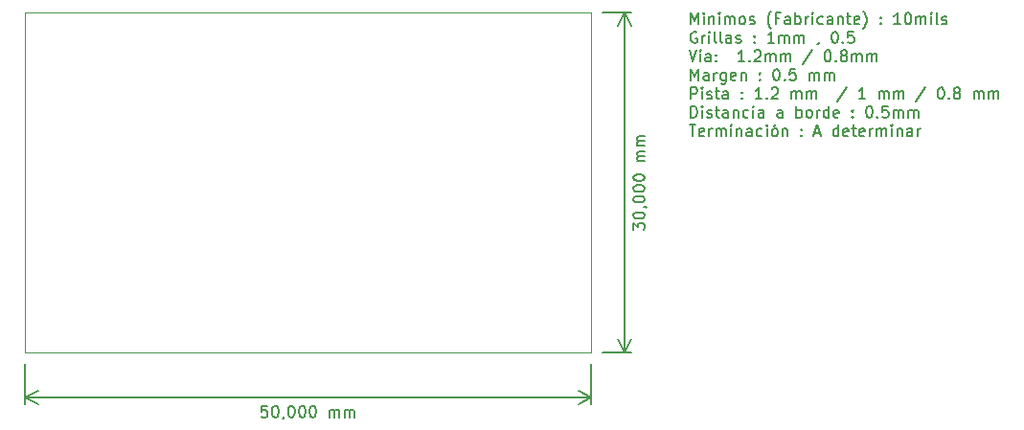
<source format=gbr>
%TF.GenerationSoftware,KiCad,Pcbnew,5.1.10-88a1d61d58~90~ubuntu20.04.1*%
%TF.CreationDate,2021-10-12T23:28:01-03:00*%
%TF.ProjectId,SG3525_Rev01,53473335-3235-45f5-9265-7630312e6b69,0.0.0.1*%
%TF.SameCoordinates,Original*%
%TF.FileFunction,OtherDrawing,Comment*%
%FSLAX46Y46*%
G04 Gerber Fmt 4.6, Leading zero omitted, Abs format (unit mm)*
G04 Created by KiCad (PCBNEW 5.1.10-88a1d61d58~90~ubuntu20.04.1) date 2021-10-12 23:28:01*
%MOMM*%
%LPD*%
G01*
G04 APERTURE LIST*
%ADD10C,0.150000*%
%TA.AperFunction,Profile*%
%ADD11C,0.100000*%
%TD*%
G04 APERTURE END LIST*
D10*
X181835595Y-83002380D02*
X181835595Y-82002380D01*
X182168928Y-82716666D01*
X182502261Y-82002380D01*
X182502261Y-83002380D01*
X182978452Y-83002380D02*
X182978452Y-82335714D01*
X182978452Y-82002380D02*
X182930833Y-82050000D01*
X182978452Y-82097619D01*
X183026071Y-82050000D01*
X182978452Y-82002380D01*
X182978452Y-82097619D01*
X183454642Y-82335714D02*
X183454642Y-83002380D01*
X183454642Y-82430952D02*
X183502261Y-82383333D01*
X183597500Y-82335714D01*
X183740357Y-82335714D01*
X183835595Y-82383333D01*
X183883214Y-82478571D01*
X183883214Y-83002380D01*
X184359404Y-83002380D02*
X184359404Y-82335714D01*
X184359404Y-82002380D02*
X184311785Y-82050000D01*
X184359404Y-82097619D01*
X184407023Y-82050000D01*
X184359404Y-82002380D01*
X184359404Y-82097619D01*
X184835595Y-83002380D02*
X184835595Y-82335714D01*
X184835595Y-82430952D02*
X184883214Y-82383333D01*
X184978452Y-82335714D01*
X185121309Y-82335714D01*
X185216547Y-82383333D01*
X185264166Y-82478571D01*
X185264166Y-83002380D01*
X185264166Y-82478571D02*
X185311785Y-82383333D01*
X185407023Y-82335714D01*
X185549880Y-82335714D01*
X185645119Y-82383333D01*
X185692738Y-82478571D01*
X185692738Y-83002380D01*
X186311785Y-83002380D02*
X186216547Y-82954761D01*
X186168928Y-82907142D01*
X186121309Y-82811904D01*
X186121309Y-82526190D01*
X186168928Y-82430952D01*
X186216547Y-82383333D01*
X186311785Y-82335714D01*
X186454642Y-82335714D01*
X186549880Y-82383333D01*
X186597500Y-82430952D01*
X186645119Y-82526190D01*
X186645119Y-82811904D01*
X186597500Y-82907142D01*
X186549880Y-82954761D01*
X186454642Y-83002380D01*
X186311785Y-83002380D01*
X187026071Y-82954761D02*
X187121309Y-83002380D01*
X187311785Y-83002380D01*
X187407023Y-82954761D01*
X187454642Y-82859523D01*
X187454642Y-82811904D01*
X187407023Y-82716666D01*
X187311785Y-82669047D01*
X187168928Y-82669047D01*
X187073690Y-82621428D01*
X187026071Y-82526190D01*
X187026071Y-82478571D01*
X187073690Y-82383333D01*
X187168928Y-82335714D01*
X187311785Y-82335714D01*
X187407023Y-82383333D01*
X188930833Y-83383333D02*
X188883214Y-83335714D01*
X188787976Y-83192857D01*
X188740357Y-83097619D01*
X188692738Y-82954761D01*
X188645119Y-82716666D01*
X188645119Y-82526190D01*
X188692738Y-82288095D01*
X188740357Y-82145238D01*
X188787976Y-82050000D01*
X188883214Y-81907142D01*
X188930833Y-81859523D01*
X189645119Y-82478571D02*
X189311785Y-82478571D01*
X189311785Y-83002380D02*
X189311785Y-82002380D01*
X189787976Y-82002380D01*
X190597500Y-83002380D02*
X190597500Y-82478571D01*
X190549880Y-82383333D01*
X190454642Y-82335714D01*
X190264166Y-82335714D01*
X190168928Y-82383333D01*
X190597500Y-82954761D02*
X190502261Y-83002380D01*
X190264166Y-83002380D01*
X190168928Y-82954761D01*
X190121309Y-82859523D01*
X190121309Y-82764285D01*
X190168928Y-82669047D01*
X190264166Y-82621428D01*
X190502261Y-82621428D01*
X190597500Y-82573809D01*
X191073690Y-83002380D02*
X191073690Y-82002380D01*
X191073690Y-82383333D02*
X191168928Y-82335714D01*
X191359404Y-82335714D01*
X191454642Y-82383333D01*
X191502261Y-82430952D01*
X191549880Y-82526190D01*
X191549880Y-82811904D01*
X191502261Y-82907142D01*
X191454642Y-82954761D01*
X191359404Y-83002380D01*
X191168928Y-83002380D01*
X191073690Y-82954761D01*
X191978452Y-83002380D02*
X191978452Y-82335714D01*
X191978452Y-82526190D02*
X192026071Y-82430952D01*
X192073690Y-82383333D01*
X192168928Y-82335714D01*
X192264166Y-82335714D01*
X192597500Y-83002380D02*
X192597500Y-82335714D01*
X192597500Y-82002380D02*
X192549880Y-82050000D01*
X192597500Y-82097619D01*
X192645119Y-82050000D01*
X192597500Y-82002380D01*
X192597500Y-82097619D01*
X193502261Y-82954761D02*
X193407023Y-83002380D01*
X193216547Y-83002380D01*
X193121309Y-82954761D01*
X193073690Y-82907142D01*
X193026071Y-82811904D01*
X193026071Y-82526190D01*
X193073690Y-82430952D01*
X193121309Y-82383333D01*
X193216547Y-82335714D01*
X193407023Y-82335714D01*
X193502261Y-82383333D01*
X194359404Y-83002380D02*
X194359404Y-82478571D01*
X194311785Y-82383333D01*
X194216547Y-82335714D01*
X194026071Y-82335714D01*
X193930833Y-82383333D01*
X194359404Y-82954761D02*
X194264166Y-83002380D01*
X194026071Y-83002380D01*
X193930833Y-82954761D01*
X193883214Y-82859523D01*
X193883214Y-82764285D01*
X193930833Y-82669047D01*
X194026071Y-82621428D01*
X194264166Y-82621428D01*
X194359404Y-82573809D01*
X194835595Y-82335714D02*
X194835595Y-83002380D01*
X194835595Y-82430952D02*
X194883214Y-82383333D01*
X194978452Y-82335714D01*
X195121309Y-82335714D01*
X195216547Y-82383333D01*
X195264166Y-82478571D01*
X195264166Y-83002380D01*
X195597500Y-82335714D02*
X195978452Y-82335714D01*
X195740357Y-82002380D02*
X195740357Y-82859523D01*
X195787976Y-82954761D01*
X195883214Y-83002380D01*
X195978452Y-83002380D01*
X196692738Y-82954761D02*
X196597500Y-83002380D01*
X196407023Y-83002380D01*
X196311785Y-82954761D01*
X196264166Y-82859523D01*
X196264166Y-82478571D01*
X196311785Y-82383333D01*
X196407023Y-82335714D01*
X196597500Y-82335714D01*
X196692738Y-82383333D01*
X196740357Y-82478571D01*
X196740357Y-82573809D01*
X196264166Y-82669047D01*
X197073690Y-83383333D02*
X197121309Y-83335714D01*
X197216547Y-83192857D01*
X197264166Y-83097619D01*
X197311785Y-82954761D01*
X197359404Y-82716666D01*
X197359404Y-82526190D01*
X197311785Y-82288095D01*
X197264166Y-82145238D01*
X197216547Y-82050000D01*
X197121309Y-81907142D01*
X197073690Y-81859523D01*
X198597500Y-82907142D02*
X198645119Y-82954761D01*
X198597500Y-83002380D01*
X198549880Y-82954761D01*
X198597500Y-82907142D01*
X198597500Y-83002380D01*
X198597500Y-82383333D02*
X198645119Y-82430952D01*
X198597500Y-82478571D01*
X198549880Y-82430952D01*
X198597500Y-82383333D01*
X198597500Y-82478571D01*
X200359404Y-83002380D02*
X199787976Y-83002380D01*
X200073690Y-83002380D02*
X200073690Y-82002380D01*
X199978452Y-82145238D01*
X199883214Y-82240476D01*
X199787976Y-82288095D01*
X200978452Y-82002380D02*
X201073690Y-82002380D01*
X201168928Y-82050000D01*
X201216547Y-82097619D01*
X201264166Y-82192857D01*
X201311785Y-82383333D01*
X201311785Y-82621428D01*
X201264166Y-82811904D01*
X201216547Y-82907142D01*
X201168928Y-82954761D01*
X201073690Y-83002380D01*
X200978452Y-83002380D01*
X200883214Y-82954761D01*
X200835595Y-82907142D01*
X200787976Y-82811904D01*
X200740357Y-82621428D01*
X200740357Y-82383333D01*
X200787976Y-82192857D01*
X200835595Y-82097619D01*
X200883214Y-82050000D01*
X200978452Y-82002380D01*
X201740357Y-83002380D02*
X201740357Y-82335714D01*
X201740357Y-82430952D02*
X201787976Y-82383333D01*
X201883214Y-82335714D01*
X202026071Y-82335714D01*
X202121309Y-82383333D01*
X202168928Y-82478571D01*
X202168928Y-83002380D01*
X202168928Y-82478571D02*
X202216547Y-82383333D01*
X202311785Y-82335714D01*
X202454642Y-82335714D01*
X202549880Y-82383333D01*
X202597500Y-82478571D01*
X202597500Y-83002380D01*
X203073690Y-83002380D02*
X203073690Y-82335714D01*
X203073690Y-82002380D02*
X203026071Y-82050000D01*
X203073690Y-82097619D01*
X203121309Y-82050000D01*
X203073690Y-82002380D01*
X203073690Y-82097619D01*
X203692738Y-83002380D02*
X203597500Y-82954761D01*
X203549880Y-82859523D01*
X203549880Y-82002380D01*
X204026071Y-82954761D02*
X204121309Y-83002380D01*
X204311785Y-83002380D01*
X204407023Y-82954761D01*
X204454642Y-82859523D01*
X204454642Y-82811904D01*
X204407023Y-82716666D01*
X204311785Y-82669047D01*
X204168928Y-82669047D01*
X204073690Y-82621428D01*
X204026071Y-82526190D01*
X204026071Y-82478571D01*
X204073690Y-82383333D01*
X204168928Y-82335714D01*
X204311785Y-82335714D01*
X204407023Y-82383333D01*
X182359404Y-83700000D02*
X182264166Y-83652380D01*
X182121309Y-83652380D01*
X181978452Y-83700000D01*
X181883214Y-83795238D01*
X181835595Y-83890476D01*
X181787976Y-84080952D01*
X181787976Y-84223809D01*
X181835595Y-84414285D01*
X181883214Y-84509523D01*
X181978452Y-84604761D01*
X182121309Y-84652380D01*
X182216547Y-84652380D01*
X182359404Y-84604761D01*
X182407023Y-84557142D01*
X182407023Y-84223809D01*
X182216547Y-84223809D01*
X182835595Y-84652380D02*
X182835595Y-83985714D01*
X182835595Y-84176190D02*
X182883214Y-84080952D01*
X182930833Y-84033333D01*
X183026071Y-83985714D01*
X183121309Y-83985714D01*
X183454642Y-84652380D02*
X183454642Y-83985714D01*
X183454642Y-83652380D02*
X183407023Y-83700000D01*
X183454642Y-83747619D01*
X183502261Y-83700000D01*
X183454642Y-83652380D01*
X183454642Y-83747619D01*
X184073690Y-84652380D02*
X183978452Y-84604761D01*
X183930833Y-84509523D01*
X183930833Y-83652380D01*
X184597500Y-84652380D02*
X184502261Y-84604761D01*
X184454642Y-84509523D01*
X184454642Y-83652380D01*
X185407023Y-84652380D02*
X185407023Y-84128571D01*
X185359404Y-84033333D01*
X185264166Y-83985714D01*
X185073690Y-83985714D01*
X184978452Y-84033333D01*
X185407023Y-84604761D02*
X185311785Y-84652380D01*
X185073690Y-84652380D01*
X184978452Y-84604761D01*
X184930833Y-84509523D01*
X184930833Y-84414285D01*
X184978452Y-84319047D01*
X185073690Y-84271428D01*
X185311785Y-84271428D01*
X185407023Y-84223809D01*
X185835595Y-84604761D02*
X185930833Y-84652380D01*
X186121309Y-84652380D01*
X186216547Y-84604761D01*
X186264166Y-84509523D01*
X186264166Y-84461904D01*
X186216547Y-84366666D01*
X186121309Y-84319047D01*
X185978452Y-84319047D01*
X185883214Y-84271428D01*
X185835595Y-84176190D01*
X185835595Y-84128571D01*
X185883214Y-84033333D01*
X185978452Y-83985714D01*
X186121309Y-83985714D01*
X186216547Y-84033333D01*
X187454642Y-84557142D02*
X187502261Y-84604761D01*
X187454642Y-84652380D01*
X187407023Y-84604761D01*
X187454642Y-84557142D01*
X187454642Y-84652380D01*
X187454642Y-84033333D02*
X187502261Y-84080952D01*
X187454642Y-84128571D01*
X187407023Y-84080952D01*
X187454642Y-84033333D01*
X187454642Y-84128571D01*
X189216547Y-84652380D02*
X188645119Y-84652380D01*
X188930833Y-84652380D02*
X188930833Y-83652380D01*
X188835595Y-83795238D01*
X188740357Y-83890476D01*
X188645119Y-83938095D01*
X189645119Y-84652380D02*
X189645119Y-83985714D01*
X189645119Y-84080952D02*
X189692738Y-84033333D01*
X189787976Y-83985714D01*
X189930833Y-83985714D01*
X190026071Y-84033333D01*
X190073690Y-84128571D01*
X190073690Y-84652380D01*
X190073690Y-84128571D02*
X190121309Y-84033333D01*
X190216547Y-83985714D01*
X190359404Y-83985714D01*
X190454642Y-84033333D01*
X190502261Y-84128571D01*
X190502261Y-84652380D01*
X190978452Y-84652380D02*
X190978452Y-83985714D01*
X190978452Y-84080952D02*
X191026071Y-84033333D01*
X191121309Y-83985714D01*
X191264166Y-83985714D01*
X191359404Y-84033333D01*
X191407023Y-84128571D01*
X191407023Y-84652380D01*
X191407023Y-84128571D02*
X191454642Y-84033333D01*
X191549880Y-83985714D01*
X191692738Y-83985714D01*
X191787976Y-84033333D01*
X191835595Y-84128571D01*
X191835595Y-84652380D01*
X193121309Y-84604761D02*
X193121309Y-84652380D01*
X193073690Y-84747619D01*
X193026071Y-84795238D01*
X194502261Y-83652380D02*
X194597500Y-83652380D01*
X194692738Y-83700000D01*
X194740357Y-83747619D01*
X194787976Y-83842857D01*
X194835595Y-84033333D01*
X194835595Y-84271428D01*
X194787976Y-84461904D01*
X194740357Y-84557142D01*
X194692738Y-84604761D01*
X194597500Y-84652380D01*
X194502261Y-84652380D01*
X194407023Y-84604761D01*
X194359404Y-84557142D01*
X194311785Y-84461904D01*
X194264166Y-84271428D01*
X194264166Y-84033333D01*
X194311785Y-83842857D01*
X194359404Y-83747619D01*
X194407023Y-83700000D01*
X194502261Y-83652380D01*
X195264166Y-84557142D02*
X195311785Y-84604761D01*
X195264166Y-84652380D01*
X195216547Y-84604761D01*
X195264166Y-84557142D01*
X195264166Y-84652380D01*
X196216547Y-83652380D02*
X195740357Y-83652380D01*
X195692738Y-84128571D01*
X195740357Y-84080952D01*
X195835595Y-84033333D01*
X196073690Y-84033333D01*
X196168928Y-84080952D01*
X196216547Y-84128571D01*
X196264166Y-84223809D01*
X196264166Y-84461904D01*
X196216547Y-84557142D01*
X196168928Y-84604761D01*
X196073690Y-84652380D01*
X195835595Y-84652380D01*
X195740357Y-84604761D01*
X195692738Y-84557142D01*
X181692738Y-85302380D02*
X182026071Y-86302380D01*
X182359404Y-85302380D01*
X182692738Y-86302380D02*
X182692738Y-85635714D01*
X182692738Y-85302380D02*
X182645119Y-85350000D01*
X182692738Y-85397619D01*
X182740357Y-85350000D01*
X182692738Y-85302380D01*
X182692738Y-85397619D01*
X183597500Y-86302380D02*
X183597500Y-85778571D01*
X183549880Y-85683333D01*
X183454642Y-85635714D01*
X183264166Y-85635714D01*
X183168928Y-85683333D01*
X183597500Y-86254761D02*
X183502261Y-86302380D01*
X183264166Y-86302380D01*
X183168928Y-86254761D01*
X183121309Y-86159523D01*
X183121309Y-86064285D01*
X183168928Y-85969047D01*
X183264166Y-85921428D01*
X183502261Y-85921428D01*
X183597500Y-85873809D01*
X184073690Y-86207142D02*
X184121309Y-86254761D01*
X184073690Y-86302380D01*
X184026071Y-86254761D01*
X184073690Y-86207142D01*
X184073690Y-86302380D01*
X184073690Y-85683333D02*
X184121309Y-85730952D01*
X184073690Y-85778571D01*
X184026071Y-85730952D01*
X184073690Y-85683333D01*
X184073690Y-85778571D01*
X186597500Y-86302380D02*
X186026071Y-86302380D01*
X186311785Y-86302380D02*
X186311785Y-85302380D01*
X186216547Y-85445238D01*
X186121309Y-85540476D01*
X186026071Y-85588095D01*
X187026071Y-86207142D02*
X187073690Y-86254761D01*
X187026071Y-86302380D01*
X186978452Y-86254761D01*
X187026071Y-86207142D01*
X187026071Y-86302380D01*
X187454642Y-85397619D02*
X187502261Y-85350000D01*
X187597500Y-85302380D01*
X187835595Y-85302380D01*
X187930833Y-85350000D01*
X187978452Y-85397619D01*
X188026071Y-85492857D01*
X188026071Y-85588095D01*
X187978452Y-85730952D01*
X187407023Y-86302380D01*
X188026071Y-86302380D01*
X188454642Y-86302380D02*
X188454642Y-85635714D01*
X188454642Y-85730952D02*
X188502261Y-85683333D01*
X188597500Y-85635714D01*
X188740357Y-85635714D01*
X188835595Y-85683333D01*
X188883214Y-85778571D01*
X188883214Y-86302380D01*
X188883214Y-85778571D02*
X188930833Y-85683333D01*
X189026071Y-85635714D01*
X189168928Y-85635714D01*
X189264166Y-85683333D01*
X189311785Y-85778571D01*
X189311785Y-86302380D01*
X189787976Y-86302380D02*
X189787976Y-85635714D01*
X189787976Y-85730952D02*
X189835595Y-85683333D01*
X189930833Y-85635714D01*
X190073690Y-85635714D01*
X190168928Y-85683333D01*
X190216547Y-85778571D01*
X190216547Y-86302380D01*
X190216547Y-85778571D02*
X190264166Y-85683333D01*
X190359404Y-85635714D01*
X190502261Y-85635714D01*
X190597500Y-85683333D01*
X190645119Y-85778571D01*
X190645119Y-86302380D01*
X192597500Y-85254761D02*
X191740357Y-86540476D01*
X193883214Y-85302380D02*
X193978452Y-85302380D01*
X194073690Y-85350000D01*
X194121309Y-85397619D01*
X194168928Y-85492857D01*
X194216547Y-85683333D01*
X194216547Y-85921428D01*
X194168928Y-86111904D01*
X194121309Y-86207142D01*
X194073690Y-86254761D01*
X193978452Y-86302380D01*
X193883214Y-86302380D01*
X193787976Y-86254761D01*
X193740357Y-86207142D01*
X193692738Y-86111904D01*
X193645119Y-85921428D01*
X193645119Y-85683333D01*
X193692738Y-85492857D01*
X193740357Y-85397619D01*
X193787976Y-85350000D01*
X193883214Y-85302380D01*
X194645119Y-86207142D02*
X194692738Y-86254761D01*
X194645119Y-86302380D01*
X194597500Y-86254761D01*
X194645119Y-86207142D01*
X194645119Y-86302380D01*
X195264166Y-85730952D02*
X195168928Y-85683333D01*
X195121309Y-85635714D01*
X195073690Y-85540476D01*
X195073690Y-85492857D01*
X195121309Y-85397619D01*
X195168928Y-85350000D01*
X195264166Y-85302380D01*
X195454642Y-85302380D01*
X195549880Y-85350000D01*
X195597500Y-85397619D01*
X195645119Y-85492857D01*
X195645119Y-85540476D01*
X195597500Y-85635714D01*
X195549880Y-85683333D01*
X195454642Y-85730952D01*
X195264166Y-85730952D01*
X195168928Y-85778571D01*
X195121309Y-85826190D01*
X195073690Y-85921428D01*
X195073690Y-86111904D01*
X195121309Y-86207142D01*
X195168928Y-86254761D01*
X195264166Y-86302380D01*
X195454642Y-86302380D01*
X195549880Y-86254761D01*
X195597500Y-86207142D01*
X195645119Y-86111904D01*
X195645119Y-85921428D01*
X195597500Y-85826190D01*
X195549880Y-85778571D01*
X195454642Y-85730952D01*
X196073690Y-86302380D02*
X196073690Y-85635714D01*
X196073690Y-85730952D02*
X196121309Y-85683333D01*
X196216547Y-85635714D01*
X196359404Y-85635714D01*
X196454642Y-85683333D01*
X196502261Y-85778571D01*
X196502261Y-86302380D01*
X196502261Y-85778571D02*
X196549880Y-85683333D01*
X196645119Y-85635714D01*
X196787976Y-85635714D01*
X196883214Y-85683333D01*
X196930833Y-85778571D01*
X196930833Y-86302380D01*
X197407023Y-86302380D02*
X197407023Y-85635714D01*
X197407023Y-85730952D02*
X197454642Y-85683333D01*
X197549880Y-85635714D01*
X197692738Y-85635714D01*
X197787976Y-85683333D01*
X197835595Y-85778571D01*
X197835595Y-86302380D01*
X197835595Y-85778571D02*
X197883214Y-85683333D01*
X197978452Y-85635714D01*
X198121309Y-85635714D01*
X198216547Y-85683333D01*
X198264166Y-85778571D01*
X198264166Y-86302380D01*
X181835595Y-87952380D02*
X181835595Y-86952380D01*
X182168928Y-87666666D01*
X182502261Y-86952380D01*
X182502261Y-87952380D01*
X183407023Y-87952380D02*
X183407023Y-87428571D01*
X183359404Y-87333333D01*
X183264166Y-87285714D01*
X183073690Y-87285714D01*
X182978452Y-87333333D01*
X183407023Y-87904761D02*
X183311785Y-87952380D01*
X183073690Y-87952380D01*
X182978452Y-87904761D01*
X182930833Y-87809523D01*
X182930833Y-87714285D01*
X182978452Y-87619047D01*
X183073690Y-87571428D01*
X183311785Y-87571428D01*
X183407023Y-87523809D01*
X183883214Y-87952380D02*
X183883214Y-87285714D01*
X183883214Y-87476190D02*
X183930833Y-87380952D01*
X183978452Y-87333333D01*
X184073690Y-87285714D01*
X184168928Y-87285714D01*
X184930833Y-87285714D02*
X184930833Y-88095238D01*
X184883214Y-88190476D01*
X184835595Y-88238095D01*
X184740357Y-88285714D01*
X184597500Y-88285714D01*
X184502261Y-88238095D01*
X184930833Y-87904761D02*
X184835595Y-87952380D01*
X184645119Y-87952380D01*
X184549880Y-87904761D01*
X184502261Y-87857142D01*
X184454642Y-87761904D01*
X184454642Y-87476190D01*
X184502261Y-87380952D01*
X184549880Y-87333333D01*
X184645119Y-87285714D01*
X184835595Y-87285714D01*
X184930833Y-87333333D01*
X185787976Y-87904761D02*
X185692738Y-87952380D01*
X185502261Y-87952380D01*
X185407023Y-87904761D01*
X185359404Y-87809523D01*
X185359404Y-87428571D01*
X185407023Y-87333333D01*
X185502261Y-87285714D01*
X185692738Y-87285714D01*
X185787976Y-87333333D01*
X185835595Y-87428571D01*
X185835595Y-87523809D01*
X185359404Y-87619047D01*
X186264166Y-87285714D02*
X186264166Y-87952380D01*
X186264166Y-87380952D02*
X186311785Y-87333333D01*
X186407023Y-87285714D01*
X186549880Y-87285714D01*
X186645119Y-87333333D01*
X186692738Y-87428571D01*
X186692738Y-87952380D01*
X187930833Y-87857142D02*
X187978452Y-87904761D01*
X187930833Y-87952380D01*
X187883214Y-87904761D01*
X187930833Y-87857142D01*
X187930833Y-87952380D01*
X187930833Y-87333333D02*
X187978452Y-87380952D01*
X187930833Y-87428571D01*
X187883214Y-87380952D01*
X187930833Y-87333333D01*
X187930833Y-87428571D01*
X189359404Y-86952380D02*
X189454642Y-86952380D01*
X189549880Y-87000000D01*
X189597500Y-87047619D01*
X189645119Y-87142857D01*
X189692738Y-87333333D01*
X189692738Y-87571428D01*
X189645119Y-87761904D01*
X189597500Y-87857142D01*
X189549880Y-87904761D01*
X189454642Y-87952380D01*
X189359404Y-87952380D01*
X189264166Y-87904761D01*
X189216547Y-87857142D01*
X189168928Y-87761904D01*
X189121309Y-87571428D01*
X189121309Y-87333333D01*
X189168928Y-87142857D01*
X189216547Y-87047619D01*
X189264166Y-87000000D01*
X189359404Y-86952380D01*
X190121309Y-87857142D02*
X190168928Y-87904761D01*
X190121309Y-87952380D01*
X190073690Y-87904761D01*
X190121309Y-87857142D01*
X190121309Y-87952380D01*
X191073690Y-86952380D02*
X190597500Y-86952380D01*
X190549880Y-87428571D01*
X190597500Y-87380952D01*
X190692738Y-87333333D01*
X190930833Y-87333333D01*
X191026071Y-87380952D01*
X191073690Y-87428571D01*
X191121309Y-87523809D01*
X191121309Y-87761904D01*
X191073690Y-87857142D01*
X191026071Y-87904761D01*
X190930833Y-87952380D01*
X190692738Y-87952380D01*
X190597500Y-87904761D01*
X190549880Y-87857142D01*
X192311785Y-87952380D02*
X192311785Y-87285714D01*
X192311785Y-87380952D02*
X192359404Y-87333333D01*
X192454642Y-87285714D01*
X192597500Y-87285714D01*
X192692738Y-87333333D01*
X192740357Y-87428571D01*
X192740357Y-87952380D01*
X192740357Y-87428571D02*
X192787976Y-87333333D01*
X192883214Y-87285714D01*
X193026071Y-87285714D01*
X193121309Y-87333333D01*
X193168928Y-87428571D01*
X193168928Y-87952380D01*
X193645119Y-87952380D02*
X193645119Y-87285714D01*
X193645119Y-87380952D02*
X193692738Y-87333333D01*
X193787976Y-87285714D01*
X193930833Y-87285714D01*
X194026071Y-87333333D01*
X194073690Y-87428571D01*
X194073690Y-87952380D01*
X194073690Y-87428571D02*
X194121309Y-87333333D01*
X194216547Y-87285714D01*
X194359404Y-87285714D01*
X194454642Y-87333333D01*
X194502261Y-87428571D01*
X194502261Y-87952380D01*
X181835595Y-89602380D02*
X181835595Y-88602380D01*
X182216547Y-88602380D01*
X182311785Y-88650000D01*
X182359404Y-88697619D01*
X182407023Y-88792857D01*
X182407023Y-88935714D01*
X182359404Y-89030952D01*
X182311785Y-89078571D01*
X182216547Y-89126190D01*
X181835595Y-89126190D01*
X182835595Y-89602380D02*
X182835595Y-88935714D01*
X182835595Y-88602380D02*
X182787976Y-88650000D01*
X182835595Y-88697619D01*
X182883214Y-88650000D01*
X182835595Y-88602380D01*
X182835595Y-88697619D01*
X183264166Y-89554761D02*
X183359404Y-89602380D01*
X183549880Y-89602380D01*
X183645119Y-89554761D01*
X183692738Y-89459523D01*
X183692738Y-89411904D01*
X183645119Y-89316666D01*
X183549880Y-89269047D01*
X183407023Y-89269047D01*
X183311785Y-89221428D01*
X183264166Y-89126190D01*
X183264166Y-89078571D01*
X183311785Y-88983333D01*
X183407023Y-88935714D01*
X183549880Y-88935714D01*
X183645119Y-88983333D01*
X183978452Y-88935714D02*
X184359404Y-88935714D01*
X184121309Y-88602380D02*
X184121309Y-89459523D01*
X184168928Y-89554761D01*
X184264166Y-89602380D01*
X184359404Y-89602380D01*
X185121309Y-89602380D02*
X185121309Y-89078571D01*
X185073690Y-88983333D01*
X184978452Y-88935714D01*
X184787976Y-88935714D01*
X184692738Y-88983333D01*
X185121309Y-89554761D02*
X185026071Y-89602380D01*
X184787976Y-89602380D01*
X184692738Y-89554761D01*
X184645119Y-89459523D01*
X184645119Y-89364285D01*
X184692738Y-89269047D01*
X184787976Y-89221428D01*
X185026071Y-89221428D01*
X185121309Y-89173809D01*
X186359404Y-89507142D02*
X186407023Y-89554761D01*
X186359404Y-89602380D01*
X186311785Y-89554761D01*
X186359404Y-89507142D01*
X186359404Y-89602380D01*
X186359404Y-88983333D02*
X186407023Y-89030952D01*
X186359404Y-89078571D01*
X186311785Y-89030952D01*
X186359404Y-88983333D01*
X186359404Y-89078571D01*
X188121309Y-89602380D02*
X187549880Y-89602380D01*
X187835595Y-89602380D02*
X187835595Y-88602380D01*
X187740357Y-88745238D01*
X187645119Y-88840476D01*
X187549880Y-88888095D01*
X188549880Y-89507142D02*
X188597500Y-89554761D01*
X188549880Y-89602380D01*
X188502261Y-89554761D01*
X188549880Y-89507142D01*
X188549880Y-89602380D01*
X188978452Y-88697619D02*
X189026071Y-88650000D01*
X189121309Y-88602380D01*
X189359404Y-88602380D01*
X189454642Y-88650000D01*
X189502261Y-88697619D01*
X189549880Y-88792857D01*
X189549880Y-88888095D01*
X189502261Y-89030952D01*
X188930833Y-89602380D01*
X189549880Y-89602380D01*
X190740357Y-89602380D02*
X190740357Y-88935714D01*
X190740357Y-89030952D02*
X190787976Y-88983333D01*
X190883214Y-88935714D01*
X191026071Y-88935714D01*
X191121309Y-88983333D01*
X191168928Y-89078571D01*
X191168928Y-89602380D01*
X191168928Y-89078571D02*
X191216547Y-88983333D01*
X191311785Y-88935714D01*
X191454642Y-88935714D01*
X191549880Y-88983333D01*
X191597500Y-89078571D01*
X191597500Y-89602380D01*
X192073690Y-89602380D02*
X192073690Y-88935714D01*
X192073690Y-89030952D02*
X192121309Y-88983333D01*
X192216547Y-88935714D01*
X192359404Y-88935714D01*
X192454642Y-88983333D01*
X192502261Y-89078571D01*
X192502261Y-89602380D01*
X192502261Y-89078571D02*
X192549880Y-88983333D01*
X192645119Y-88935714D01*
X192787976Y-88935714D01*
X192883214Y-88983333D01*
X192930833Y-89078571D01*
X192930833Y-89602380D01*
X195645119Y-88554761D02*
X194787976Y-89840476D01*
X197264166Y-89602380D02*
X196692738Y-89602380D01*
X196978452Y-89602380D02*
X196978452Y-88602380D01*
X196883214Y-88745238D01*
X196787976Y-88840476D01*
X196692738Y-88888095D01*
X198454642Y-89602380D02*
X198454642Y-88935714D01*
X198454642Y-89030952D02*
X198502261Y-88983333D01*
X198597500Y-88935714D01*
X198740357Y-88935714D01*
X198835595Y-88983333D01*
X198883214Y-89078571D01*
X198883214Y-89602380D01*
X198883214Y-89078571D02*
X198930833Y-88983333D01*
X199026071Y-88935714D01*
X199168928Y-88935714D01*
X199264166Y-88983333D01*
X199311785Y-89078571D01*
X199311785Y-89602380D01*
X199787976Y-89602380D02*
X199787976Y-88935714D01*
X199787976Y-89030952D02*
X199835595Y-88983333D01*
X199930833Y-88935714D01*
X200073690Y-88935714D01*
X200168928Y-88983333D01*
X200216547Y-89078571D01*
X200216547Y-89602380D01*
X200216547Y-89078571D02*
X200264166Y-88983333D01*
X200359404Y-88935714D01*
X200502261Y-88935714D01*
X200597500Y-88983333D01*
X200645119Y-89078571D01*
X200645119Y-89602380D01*
X202597500Y-88554761D02*
X201740357Y-89840476D01*
X203883214Y-88602380D02*
X203978452Y-88602380D01*
X204073690Y-88650000D01*
X204121309Y-88697619D01*
X204168928Y-88792857D01*
X204216547Y-88983333D01*
X204216547Y-89221428D01*
X204168928Y-89411904D01*
X204121309Y-89507142D01*
X204073690Y-89554761D01*
X203978452Y-89602380D01*
X203883214Y-89602380D01*
X203787976Y-89554761D01*
X203740357Y-89507142D01*
X203692738Y-89411904D01*
X203645119Y-89221428D01*
X203645119Y-88983333D01*
X203692738Y-88792857D01*
X203740357Y-88697619D01*
X203787976Y-88650000D01*
X203883214Y-88602380D01*
X204645119Y-89507142D02*
X204692738Y-89554761D01*
X204645119Y-89602380D01*
X204597500Y-89554761D01*
X204645119Y-89507142D01*
X204645119Y-89602380D01*
X205264166Y-89030952D02*
X205168928Y-88983333D01*
X205121309Y-88935714D01*
X205073690Y-88840476D01*
X205073690Y-88792857D01*
X205121309Y-88697619D01*
X205168928Y-88650000D01*
X205264166Y-88602380D01*
X205454642Y-88602380D01*
X205549880Y-88650000D01*
X205597500Y-88697619D01*
X205645119Y-88792857D01*
X205645119Y-88840476D01*
X205597500Y-88935714D01*
X205549880Y-88983333D01*
X205454642Y-89030952D01*
X205264166Y-89030952D01*
X205168928Y-89078571D01*
X205121309Y-89126190D01*
X205073690Y-89221428D01*
X205073690Y-89411904D01*
X205121309Y-89507142D01*
X205168928Y-89554761D01*
X205264166Y-89602380D01*
X205454642Y-89602380D01*
X205549880Y-89554761D01*
X205597500Y-89507142D01*
X205645119Y-89411904D01*
X205645119Y-89221428D01*
X205597500Y-89126190D01*
X205549880Y-89078571D01*
X205454642Y-89030952D01*
X206835595Y-89602380D02*
X206835595Y-88935714D01*
X206835595Y-89030952D02*
X206883214Y-88983333D01*
X206978452Y-88935714D01*
X207121309Y-88935714D01*
X207216547Y-88983333D01*
X207264166Y-89078571D01*
X207264166Y-89602380D01*
X207264166Y-89078571D02*
X207311785Y-88983333D01*
X207407023Y-88935714D01*
X207549880Y-88935714D01*
X207645119Y-88983333D01*
X207692738Y-89078571D01*
X207692738Y-89602380D01*
X208168928Y-89602380D02*
X208168928Y-88935714D01*
X208168928Y-89030952D02*
X208216547Y-88983333D01*
X208311785Y-88935714D01*
X208454642Y-88935714D01*
X208549880Y-88983333D01*
X208597500Y-89078571D01*
X208597500Y-89602380D01*
X208597500Y-89078571D02*
X208645119Y-88983333D01*
X208740357Y-88935714D01*
X208883214Y-88935714D01*
X208978452Y-88983333D01*
X209026071Y-89078571D01*
X209026071Y-89602380D01*
X181835595Y-91252380D02*
X181835595Y-90252380D01*
X182073690Y-90252380D01*
X182216547Y-90300000D01*
X182311785Y-90395238D01*
X182359404Y-90490476D01*
X182407023Y-90680952D01*
X182407023Y-90823809D01*
X182359404Y-91014285D01*
X182311785Y-91109523D01*
X182216547Y-91204761D01*
X182073690Y-91252380D01*
X181835595Y-91252380D01*
X182835595Y-91252380D02*
X182835595Y-90585714D01*
X182835595Y-90252380D02*
X182787976Y-90300000D01*
X182835595Y-90347619D01*
X182883214Y-90300000D01*
X182835595Y-90252380D01*
X182835595Y-90347619D01*
X183264166Y-91204761D02*
X183359404Y-91252380D01*
X183549880Y-91252380D01*
X183645119Y-91204761D01*
X183692738Y-91109523D01*
X183692738Y-91061904D01*
X183645119Y-90966666D01*
X183549880Y-90919047D01*
X183407023Y-90919047D01*
X183311785Y-90871428D01*
X183264166Y-90776190D01*
X183264166Y-90728571D01*
X183311785Y-90633333D01*
X183407023Y-90585714D01*
X183549880Y-90585714D01*
X183645119Y-90633333D01*
X183978452Y-90585714D02*
X184359404Y-90585714D01*
X184121309Y-90252380D02*
X184121309Y-91109523D01*
X184168928Y-91204761D01*
X184264166Y-91252380D01*
X184359404Y-91252380D01*
X185121309Y-91252380D02*
X185121309Y-90728571D01*
X185073690Y-90633333D01*
X184978452Y-90585714D01*
X184787976Y-90585714D01*
X184692738Y-90633333D01*
X185121309Y-91204761D02*
X185026071Y-91252380D01*
X184787976Y-91252380D01*
X184692738Y-91204761D01*
X184645119Y-91109523D01*
X184645119Y-91014285D01*
X184692738Y-90919047D01*
X184787976Y-90871428D01*
X185026071Y-90871428D01*
X185121309Y-90823809D01*
X185597500Y-90585714D02*
X185597500Y-91252380D01*
X185597500Y-90680952D02*
X185645119Y-90633333D01*
X185740357Y-90585714D01*
X185883214Y-90585714D01*
X185978452Y-90633333D01*
X186026071Y-90728571D01*
X186026071Y-91252380D01*
X186930833Y-91204761D02*
X186835595Y-91252380D01*
X186645119Y-91252380D01*
X186549880Y-91204761D01*
X186502261Y-91157142D01*
X186454642Y-91061904D01*
X186454642Y-90776190D01*
X186502261Y-90680952D01*
X186549880Y-90633333D01*
X186645119Y-90585714D01*
X186835595Y-90585714D01*
X186930833Y-90633333D01*
X187359404Y-91252380D02*
X187359404Y-90585714D01*
X187359404Y-90252380D02*
X187311785Y-90300000D01*
X187359404Y-90347619D01*
X187407023Y-90300000D01*
X187359404Y-90252380D01*
X187359404Y-90347619D01*
X188264166Y-91252380D02*
X188264166Y-90728571D01*
X188216547Y-90633333D01*
X188121309Y-90585714D01*
X187930833Y-90585714D01*
X187835595Y-90633333D01*
X188264166Y-91204761D02*
X188168928Y-91252380D01*
X187930833Y-91252380D01*
X187835595Y-91204761D01*
X187787976Y-91109523D01*
X187787976Y-91014285D01*
X187835595Y-90919047D01*
X187930833Y-90871428D01*
X188168928Y-90871428D01*
X188264166Y-90823809D01*
X189930833Y-91252380D02*
X189930833Y-90728571D01*
X189883214Y-90633333D01*
X189787976Y-90585714D01*
X189597500Y-90585714D01*
X189502261Y-90633333D01*
X189930833Y-91204761D02*
X189835595Y-91252380D01*
X189597500Y-91252380D01*
X189502261Y-91204761D01*
X189454642Y-91109523D01*
X189454642Y-91014285D01*
X189502261Y-90919047D01*
X189597500Y-90871428D01*
X189835595Y-90871428D01*
X189930833Y-90823809D01*
X191168928Y-91252380D02*
X191168928Y-90252380D01*
X191168928Y-90633333D02*
X191264166Y-90585714D01*
X191454642Y-90585714D01*
X191549880Y-90633333D01*
X191597500Y-90680952D01*
X191645119Y-90776190D01*
X191645119Y-91061904D01*
X191597500Y-91157142D01*
X191549880Y-91204761D01*
X191454642Y-91252380D01*
X191264166Y-91252380D01*
X191168928Y-91204761D01*
X192216547Y-91252380D02*
X192121309Y-91204761D01*
X192073690Y-91157142D01*
X192026071Y-91061904D01*
X192026071Y-90776190D01*
X192073690Y-90680952D01*
X192121309Y-90633333D01*
X192216547Y-90585714D01*
X192359404Y-90585714D01*
X192454642Y-90633333D01*
X192502261Y-90680952D01*
X192549880Y-90776190D01*
X192549880Y-91061904D01*
X192502261Y-91157142D01*
X192454642Y-91204761D01*
X192359404Y-91252380D01*
X192216547Y-91252380D01*
X192978452Y-91252380D02*
X192978452Y-90585714D01*
X192978452Y-90776190D02*
X193026071Y-90680952D01*
X193073690Y-90633333D01*
X193168928Y-90585714D01*
X193264166Y-90585714D01*
X194026071Y-91252380D02*
X194026071Y-90252380D01*
X194026071Y-91204761D02*
X193930833Y-91252380D01*
X193740357Y-91252380D01*
X193645119Y-91204761D01*
X193597500Y-91157142D01*
X193549880Y-91061904D01*
X193549880Y-90776190D01*
X193597500Y-90680952D01*
X193645119Y-90633333D01*
X193740357Y-90585714D01*
X193930833Y-90585714D01*
X194026071Y-90633333D01*
X194883214Y-91204761D02*
X194787976Y-91252380D01*
X194597500Y-91252380D01*
X194502261Y-91204761D01*
X194454642Y-91109523D01*
X194454642Y-90728571D01*
X194502261Y-90633333D01*
X194597500Y-90585714D01*
X194787976Y-90585714D01*
X194883214Y-90633333D01*
X194930833Y-90728571D01*
X194930833Y-90823809D01*
X194454642Y-90919047D01*
X196121309Y-91157142D02*
X196168928Y-91204761D01*
X196121309Y-91252380D01*
X196073690Y-91204761D01*
X196121309Y-91157142D01*
X196121309Y-91252380D01*
X196121309Y-90633333D02*
X196168928Y-90680952D01*
X196121309Y-90728571D01*
X196073690Y-90680952D01*
X196121309Y-90633333D01*
X196121309Y-90728571D01*
X197549880Y-90252380D02*
X197645119Y-90252380D01*
X197740357Y-90300000D01*
X197787976Y-90347619D01*
X197835595Y-90442857D01*
X197883214Y-90633333D01*
X197883214Y-90871428D01*
X197835595Y-91061904D01*
X197787976Y-91157142D01*
X197740357Y-91204761D01*
X197645119Y-91252380D01*
X197549880Y-91252380D01*
X197454642Y-91204761D01*
X197407023Y-91157142D01*
X197359404Y-91061904D01*
X197311785Y-90871428D01*
X197311785Y-90633333D01*
X197359404Y-90442857D01*
X197407023Y-90347619D01*
X197454642Y-90300000D01*
X197549880Y-90252380D01*
X198311785Y-91157142D02*
X198359404Y-91204761D01*
X198311785Y-91252380D01*
X198264166Y-91204761D01*
X198311785Y-91157142D01*
X198311785Y-91252380D01*
X199264166Y-90252380D02*
X198787976Y-90252380D01*
X198740357Y-90728571D01*
X198787976Y-90680952D01*
X198883214Y-90633333D01*
X199121309Y-90633333D01*
X199216547Y-90680952D01*
X199264166Y-90728571D01*
X199311785Y-90823809D01*
X199311785Y-91061904D01*
X199264166Y-91157142D01*
X199216547Y-91204761D01*
X199121309Y-91252380D01*
X198883214Y-91252380D01*
X198787976Y-91204761D01*
X198740357Y-91157142D01*
X199740357Y-91252380D02*
X199740357Y-90585714D01*
X199740357Y-90680952D02*
X199787976Y-90633333D01*
X199883214Y-90585714D01*
X200026071Y-90585714D01*
X200121309Y-90633333D01*
X200168928Y-90728571D01*
X200168928Y-91252380D01*
X200168928Y-90728571D02*
X200216547Y-90633333D01*
X200311785Y-90585714D01*
X200454642Y-90585714D01*
X200549880Y-90633333D01*
X200597500Y-90728571D01*
X200597500Y-91252380D01*
X201073690Y-91252380D02*
X201073690Y-90585714D01*
X201073690Y-90680952D02*
X201121309Y-90633333D01*
X201216547Y-90585714D01*
X201359404Y-90585714D01*
X201454642Y-90633333D01*
X201502261Y-90728571D01*
X201502261Y-91252380D01*
X201502261Y-90728571D02*
X201549880Y-90633333D01*
X201645119Y-90585714D01*
X201787976Y-90585714D01*
X201883214Y-90633333D01*
X201930833Y-90728571D01*
X201930833Y-91252380D01*
X181692738Y-91902380D02*
X182264166Y-91902380D01*
X181978452Y-92902380D02*
X181978452Y-91902380D01*
X182978452Y-92854761D02*
X182883214Y-92902380D01*
X182692738Y-92902380D01*
X182597500Y-92854761D01*
X182549880Y-92759523D01*
X182549880Y-92378571D01*
X182597500Y-92283333D01*
X182692738Y-92235714D01*
X182883214Y-92235714D01*
X182978452Y-92283333D01*
X183026071Y-92378571D01*
X183026071Y-92473809D01*
X182549880Y-92569047D01*
X183454642Y-92902380D02*
X183454642Y-92235714D01*
X183454642Y-92426190D02*
X183502261Y-92330952D01*
X183549880Y-92283333D01*
X183645119Y-92235714D01*
X183740357Y-92235714D01*
X184073690Y-92902380D02*
X184073690Y-92235714D01*
X184073690Y-92330952D02*
X184121309Y-92283333D01*
X184216547Y-92235714D01*
X184359404Y-92235714D01*
X184454642Y-92283333D01*
X184502261Y-92378571D01*
X184502261Y-92902380D01*
X184502261Y-92378571D02*
X184549880Y-92283333D01*
X184645119Y-92235714D01*
X184787976Y-92235714D01*
X184883214Y-92283333D01*
X184930833Y-92378571D01*
X184930833Y-92902380D01*
X185407023Y-92902380D02*
X185407023Y-92235714D01*
X185407023Y-91902380D02*
X185359404Y-91950000D01*
X185407023Y-91997619D01*
X185454642Y-91950000D01*
X185407023Y-91902380D01*
X185407023Y-91997619D01*
X185883214Y-92235714D02*
X185883214Y-92902380D01*
X185883214Y-92330952D02*
X185930833Y-92283333D01*
X186026071Y-92235714D01*
X186168928Y-92235714D01*
X186264166Y-92283333D01*
X186311785Y-92378571D01*
X186311785Y-92902380D01*
X187216547Y-92902380D02*
X187216547Y-92378571D01*
X187168928Y-92283333D01*
X187073690Y-92235714D01*
X186883214Y-92235714D01*
X186787976Y-92283333D01*
X187216547Y-92854761D02*
X187121309Y-92902380D01*
X186883214Y-92902380D01*
X186787976Y-92854761D01*
X186740357Y-92759523D01*
X186740357Y-92664285D01*
X186787976Y-92569047D01*
X186883214Y-92521428D01*
X187121309Y-92521428D01*
X187216547Y-92473809D01*
X188121309Y-92854761D02*
X188026071Y-92902380D01*
X187835595Y-92902380D01*
X187740357Y-92854761D01*
X187692738Y-92807142D01*
X187645119Y-92711904D01*
X187645119Y-92426190D01*
X187692738Y-92330952D01*
X187740357Y-92283333D01*
X187835595Y-92235714D01*
X188026071Y-92235714D01*
X188121309Y-92283333D01*
X188549880Y-92902380D02*
X188549880Y-92235714D01*
X188549880Y-91902380D02*
X188502261Y-91950000D01*
X188549880Y-91997619D01*
X188597500Y-91950000D01*
X188549880Y-91902380D01*
X188549880Y-91997619D01*
X189168928Y-92902380D02*
X189073690Y-92854761D01*
X189026071Y-92807142D01*
X188978452Y-92711904D01*
X188978452Y-92426190D01*
X189026071Y-92330952D01*
X189073690Y-92283333D01*
X189168928Y-92235714D01*
X189311785Y-92235714D01*
X189407023Y-92283333D01*
X189454642Y-92330952D01*
X189502261Y-92426190D01*
X189502261Y-92711904D01*
X189454642Y-92807142D01*
X189407023Y-92854761D01*
X189311785Y-92902380D01*
X189168928Y-92902380D01*
X189359404Y-91854761D02*
X189216547Y-91997619D01*
X189930833Y-92235714D02*
X189930833Y-92902380D01*
X189930833Y-92330952D02*
X189978452Y-92283333D01*
X190073690Y-92235714D01*
X190216547Y-92235714D01*
X190311785Y-92283333D01*
X190359404Y-92378571D01*
X190359404Y-92902380D01*
X191597500Y-92807142D02*
X191645119Y-92854761D01*
X191597500Y-92902380D01*
X191549880Y-92854761D01*
X191597500Y-92807142D01*
X191597500Y-92902380D01*
X191597500Y-92283333D02*
X191645119Y-92330952D01*
X191597500Y-92378571D01*
X191549880Y-92330952D01*
X191597500Y-92283333D01*
X191597500Y-92378571D01*
X192787976Y-92616666D02*
X193264166Y-92616666D01*
X192692738Y-92902380D02*
X193026071Y-91902380D01*
X193359404Y-92902380D01*
X194883214Y-92902380D02*
X194883214Y-91902380D01*
X194883214Y-92854761D02*
X194787976Y-92902380D01*
X194597500Y-92902380D01*
X194502261Y-92854761D01*
X194454642Y-92807142D01*
X194407023Y-92711904D01*
X194407023Y-92426190D01*
X194454642Y-92330952D01*
X194502261Y-92283333D01*
X194597500Y-92235714D01*
X194787976Y-92235714D01*
X194883214Y-92283333D01*
X195740357Y-92854761D02*
X195645119Y-92902380D01*
X195454642Y-92902380D01*
X195359404Y-92854761D01*
X195311785Y-92759523D01*
X195311785Y-92378571D01*
X195359404Y-92283333D01*
X195454642Y-92235714D01*
X195645119Y-92235714D01*
X195740357Y-92283333D01*
X195787976Y-92378571D01*
X195787976Y-92473809D01*
X195311785Y-92569047D01*
X196073690Y-92235714D02*
X196454642Y-92235714D01*
X196216547Y-91902380D02*
X196216547Y-92759523D01*
X196264166Y-92854761D01*
X196359404Y-92902380D01*
X196454642Y-92902380D01*
X197168928Y-92854761D02*
X197073690Y-92902380D01*
X196883214Y-92902380D01*
X196787976Y-92854761D01*
X196740357Y-92759523D01*
X196740357Y-92378571D01*
X196787976Y-92283333D01*
X196883214Y-92235714D01*
X197073690Y-92235714D01*
X197168928Y-92283333D01*
X197216547Y-92378571D01*
X197216547Y-92473809D01*
X196740357Y-92569047D01*
X197645119Y-92902380D02*
X197645119Y-92235714D01*
X197645119Y-92426190D02*
X197692738Y-92330952D01*
X197740357Y-92283333D01*
X197835595Y-92235714D01*
X197930833Y-92235714D01*
X198264166Y-92902380D02*
X198264166Y-92235714D01*
X198264166Y-92330952D02*
X198311785Y-92283333D01*
X198407023Y-92235714D01*
X198549880Y-92235714D01*
X198645119Y-92283333D01*
X198692738Y-92378571D01*
X198692738Y-92902380D01*
X198692738Y-92378571D02*
X198740357Y-92283333D01*
X198835595Y-92235714D01*
X198978452Y-92235714D01*
X199073690Y-92283333D01*
X199121309Y-92378571D01*
X199121309Y-92902380D01*
X199597500Y-92902380D02*
X199597500Y-92235714D01*
X199597500Y-91902380D02*
X199549880Y-91950000D01*
X199597500Y-91997619D01*
X199645119Y-91950000D01*
X199597500Y-91902380D01*
X199597500Y-91997619D01*
X200073690Y-92235714D02*
X200073690Y-92902380D01*
X200073690Y-92330952D02*
X200121309Y-92283333D01*
X200216547Y-92235714D01*
X200359404Y-92235714D01*
X200454642Y-92283333D01*
X200502261Y-92378571D01*
X200502261Y-92902380D01*
X201407023Y-92902380D02*
X201407023Y-92378571D01*
X201359404Y-92283333D01*
X201264166Y-92235714D01*
X201073690Y-92235714D01*
X200978452Y-92283333D01*
X201407023Y-92854761D02*
X201311785Y-92902380D01*
X201073690Y-92902380D01*
X200978452Y-92854761D01*
X200930833Y-92759523D01*
X200930833Y-92664285D01*
X200978452Y-92569047D01*
X201073690Y-92521428D01*
X201311785Y-92521428D01*
X201407023Y-92473809D01*
X201883214Y-92902380D02*
X201883214Y-92235714D01*
X201883214Y-92426190D02*
X201930833Y-92330952D01*
X201978452Y-92283333D01*
X202073690Y-92235714D01*
X202168928Y-92235714D01*
X144380952Y-116752380D02*
X143904761Y-116752380D01*
X143857142Y-117228571D01*
X143904761Y-117180952D01*
X144000000Y-117133333D01*
X144238095Y-117133333D01*
X144333333Y-117180952D01*
X144380952Y-117228571D01*
X144428571Y-117323809D01*
X144428571Y-117561904D01*
X144380952Y-117657142D01*
X144333333Y-117704761D01*
X144238095Y-117752380D01*
X144000000Y-117752380D01*
X143904761Y-117704761D01*
X143857142Y-117657142D01*
X145047619Y-116752380D02*
X145142857Y-116752380D01*
X145238095Y-116800000D01*
X145285714Y-116847619D01*
X145333333Y-116942857D01*
X145380952Y-117133333D01*
X145380952Y-117371428D01*
X145333333Y-117561904D01*
X145285714Y-117657142D01*
X145238095Y-117704761D01*
X145142857Y-117752380D01*
X145047619Y-117752380D01*
X144952380Y-117704761D01*
X144904761Y-117657142D01*
X144857142Y-117561904D01*
X144809523Y-117371428D01*
X144809523Y-117133333D01*
X144857142Y-116942857D01*
X144904761Y-116847619D01*
X144952380Y-116800000D01*
X145047619Y-116752380D01*
X145857142Y-117704761D02*
X145857142Y-117752380D01*
X145809523Y-117847619D01*
X145761904Y-117895238D01*
X146476190Y-116752380D02*
X146571428Y-116752380D01*
X146666666Y-116800000D01*
X146714285Y-116847619D01*
X146761904Y-116942857D01*
X146809523Y-117133333D01*
X146809523Y-117371428D01*
X146761904Y-117561904D01*
X146714285Y-117657142D01*
X146666666Y-117704761D01*
X146571428Y-117752380D01*
X146476190Y-117752380D01*
X146380952Y-117704761D01*
X146333333Y-117657142D01*
X146285714Y-117561904D01*
X146238095Y-117371428D01*
X146238095Y-117133333D01*
X146285714Y-116942857D01*
X146333333Y-116847619D01*
X146380952Y-116800000D01*
X146476190Y-116752380D01*
X147428571Y-116752380D02*
X147523809Y-116752380D01*
X147619047Y-116800000D01*
X147666666Y-116847619D01*
X147714285Y-116942857D01*
X147761904Y-117133333D01*
X147761904Y-117371428D01*
X147714285Y-117561904D01*
X147666666Y-117657142D01*
X147619047Y-117704761D01*
X147523809Y-117752380D01*
X147428571Y-117752380D01*
X147333333Y-117704761D01*
X147285714Y-117657142D01*
X147238095Y-117561904D01*
X147190476Y-117371428D01*
X147190476Y-117133333D01*
X147238095Y-116942857D01*
X147285714Y-116847619D01*
X147333333Y-116800000D01*
X147428571Y-116752380D01*
X148380952Y-116752380D02*
X148476190Y-116752380D01*
X148571428Y-116800000D01*
X148619047Y-116847619D01*
X148666666Y-116942857D01*
X148714285Y-117133333D01*
X148714285Y-117371428D01*
X148666666Y-117561904D01*
X148619047Y-117657142D01*
X148571428Y-117704761D01*
X148476190Y-117752380D01*
X148380952Y-117752380D01*
X148285714Y-117704761D01*
X148238095Y-117657142D01*
X148190476Y-117561904D01*
X148142857Y-117371428D01*
X148142857Y-117133333D01*
X148190476Y-116942857D01*
X148238095Y-116847619D01*
X148285714Y-116800000D01*
X148380952Y-116752380D01*
X149904761Y-117752380D02*
X149904761Y-117085714D01*
X149904761Y-117180952D02*
X149952380Y-117133333D01*
X150047619Y-117085714D01*
X150190476Y-117085714D01*
X150285714Y-117133333D01*
X150333333Y-117228571D01*
X150333333Y-117752380D01*
X150333333Y-117228571D02*
X150380952Y-117133333D01*
X150476190Y-117085714D01*
X150619047Y-117085714D01*
X150714285Y-117133333D01*
X150761904Y-117228571D01*
X150761904Y-117752380D01*
X151238095Y-117752380D02*
X151238095Y-117085714D01*
X151238095Y-117180952D02*
X151285714Y-117133333D01*
X151380952Y-117085714D01*
X151523809Y-117085714D01*
X151619047Y-117133333D01*
X151666666Y-117228571D01*
X151666666Y-117752380D01*
X151666666Y-117228571D02*
X151714285Y-117133333D01*
X151809523Y-117085714D01*
X151952380Y-117085714D01*
X152047619Y-117133333D01*
X152095238Y-117228571D01*
X152095238Y-117752380D01*
X123000000Y-116000000D02*
X173000000Y-116000000D01*
X123000000Y-113000000D02*
X123000000Y-116586421D01*
X173000000Y-113000000D02*
X173000000Y-116586421D01*
X173000000Y-116000000D02*
X171873496Y-116586421D01*
X173000000Y-116000000D02*
X171873496Y-115413579D01*
X123000000Y-116000000D02*
X124126504Y-116586421D01*
X123000000Y-116000000D02*
X124126504Y-115413579D01*
X176752380Y-101190476D02*
X176752380Y-100571428D01*
X177133333Y-100904761D01*
X177133333Y-100761904D01*
X177180952Y-100666666D01*
X177228571Y-100619047D01*
X177323809Y-100571428D01*
X177561904Y-100571428D01*
X177657142Y-100619047D01*
X177704761Y-100666666D01*
X177752380Y-100761904D01*
X177752380Y-101047619D01*
X177704761Y-101142857D01*
X177657142Y-101190476D01*
X176752380Y-99952380D02*
X176752380Y-99857142D01*
X176800000Y-99761904D01*
X176847619Y-99714285D01*
X176942857Y-99666666D01*
X177133333Y-99619047D01*
X177371428Y-99619047D01*
X177561904Y-99666666D01*
X177657142Y-99714285D01*
X177704761Y-99761904D01*
X177752380Y-99857142D01*
X177752380Y-99952380D01*
X177704761Y-100047619D01*
X177657142Y-100095238D01*
X177561904Y-100142857D01*
X177371428Y-100190476D01*
X177133333Y-100190476D01*
X176942857Y-100142857D01*
X176847619Y-100095238D01*
X176800000Y-100047619D01*
X176752380Y-99952380D01*
X177704761Y-99142857D02*
X177752380Y-99142857D01*
X177847619Y-99190476D01*
X177895238Y-99238095D01*
X176752380Y-98523809D02*
X176752380Y-98428571D01*
X176800000Y-98333333D01*
X176847619Y-98285714D01*
X176942857Y-98238095D01*
X177133333Y-98190476D01*
X177371428Y-98190476D01*
X177561904Y-98238095D01*
X177657142Y-98285714D01*
X177704761Y-98333333D01*
X177752380Y-98428571D01*
X177752380Y-98523809D01*
X177704761Y-98619047D01*
X177657142Y-98666666D01*
X177561904Y-98714285D01*
X177371428Y-98761904D01*
X177133333Y-98761904D01*
X176942857Y-98714285D01*
X176847619Y-98666666D01*
X176800000Y-98619047D01*
X176752380Y-98523809D01*
X176752380Y-97571428D02*
X176752380Y-97476190D01*
X176800000Y-97380952D01*
X176847619Y-97333333D01*
X176942857Y-97285714D01*
X177133333Y-97238095D01*
X177371428Y-97238095D01*
X177561904Y-97285714D01*
X177657142Y-97333333D01*
X177704761Y-97380952D01*
X177752380Y-97476190D01*
X177752380Y-97571428D01*
X177704761Y-97666666D01*
X177657142Y-97714285D01*
X177561904Y-97761904D01*
X177371428Y-97809523D01*
X177133333Y-97809523D01*
X176942857Y-97761904D01*
X176847619Y-97714285D01*
X176800000Y-97666666D01*
X176752380Y-97571428D01*
X176752380Y-96619047D02*
X176752380Y-96523809D01*
X176800000Y-96428571D01*
X176847619Y-96380952D01*
X176942857Y-96333333D01*
X177133333Y-96285714D01*
X177371428Y-96285714D01*
X177561904Y-96333333D01*
X177657142Y-96380952D01*
X177704761Y-96428571D01*
X177752380Y-96523809D01*
X177752380Y-96619047D01*
X177704761Y-96714285D01*
X177657142Y-96761904D01*
X177561904Y-96809523D01*
X177371428Y-96857142D01*
X177133333Y-96857142D01*
X176942857Y-96809523D01*
X176847619Y-96761904D01*
X176800000Y-96714285D01*
X176752380Y-96619047D01*
X177752380Y-95095238D02*
X177085714Y-95095238D01*
X177180952Y-95095238D02*
X177133333Y-95047619D01*
X177085714Y-94952380D01*
X177085714Y-94809523D01*
X177133333Y-94714285D01*
X177228571Y-94666666D01*
X177752380Y-94666666D01*
X177228571Y-94666666D02*
X177133333Y-94619047D01*
X177085714Y-94523809D01*
X177085714Y-94380952D01*
X177133333Y-94285714D01*
X177228571Y-94238095D01*
X177752380Y-94238095D01*
X177752380Y-93761904D02*
X177085714Y-93761904D01*
X177180952Y-93761904D02*
X177133333Y-93714285D01*
X177085714Y-93619047D01*
X177085714Y-93476190D01*
X177133333Y-93380952D01*
X177228571Y-93333333D01*
X177752380Y-93333333D01*
X177228571Y-93333333D02*
X177133333Y-93285714D01*
X177085714Y-93190476D01*
X177085714Y-93047619D01*
X177133333Y-92952380D01*
X177228571Y-92904761D01*
X177752380Y-92904761D01*
X176000000Y-112000000D02*
X176000000Y-82000000D01*
X174000000Y-112000000D02*
X176586421Y-112000000D01*
X174000000Y-82000000D02*
X176586421Y-82000000D01*
X176000000Y-82000000D02*
X176586421Y-83126504D01*
X176000000Y-82000000D02*
X175413579Y-83126504D01*
X176000000Y-112000000D02*
X176586421Y-110873496D01*
X176000000Y-112000000D02*
X175413579Y-110873496D01*
D11*
X173000000Y-82000000D02*
X173000000Y-112000000D01*
X123000000Y-82000000D02*
X173000000Y-82000000D01*
X123000000Y-112000000D02*
X123000000Y-82000000D01*
X173000000Y-112000000D02*
X123000000Y-112000000D01*
M02*

</source>
